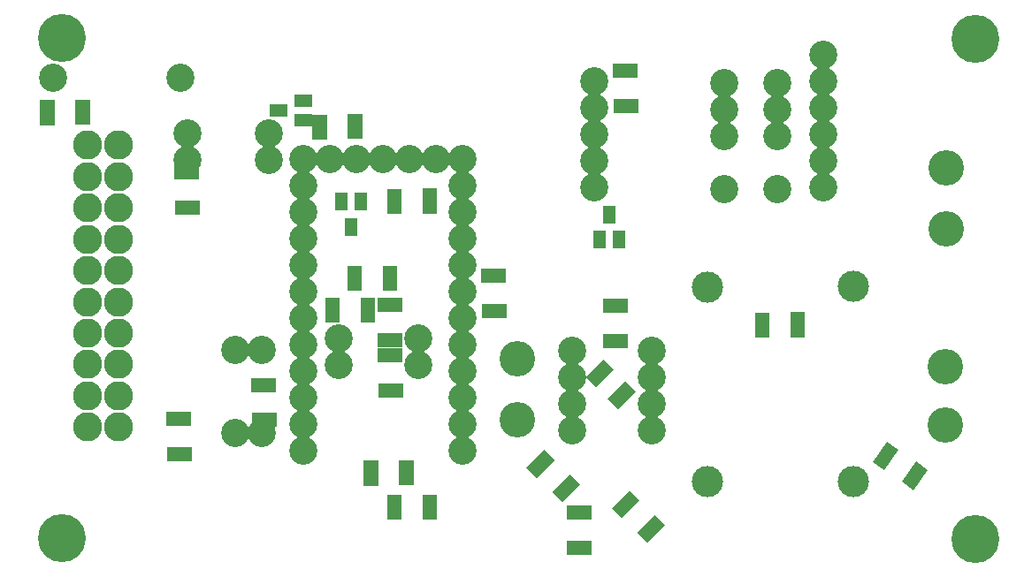
<source format=gbr>
%FSLAX34Y34*%
%MOMM*%
%LNSOLDERMASK_TOP*%
G71*
G01*
%ADD10C, 2.70*%
%ADD11R, 2.40X1.40*%
%ADD12R, 1.40X2.40*%
%ADD13C, 3.40*%
%ADD14R, 1.20X1.70*%
%ADD15R, 1.70X1.20*%
%ADD16C, 4.60*%
%ADD17C, 2.80*%
%ADD18C, 3.00*%
%LPD*%
X163384Y-134524D02*
G54D10*
D03*
X163384Y-159924D02*
G54D10*
D03*
X241171Y-134524D02*
G54D10*
D03*
X241171Y-159924D02*
G54D10*
D03*
X426292Y-437813D02*
G54D10*
D03*
X426292Y-412413D02*
G54D10*
D03*
X426292Y-387013D02*
G54D10*
D03*
X426292Y-361613D02*
G54D10*
D03*
X426292Y-234613D02*
G54D10*
D03*
X426292Y-209213D02*
G54D10*
D03*
X426292Y-183813D02*
G54D10*
D03*
X426292Y-158413D02*
G54D10*
D03*
X273892Y-437813D02*
G54D10*
D03*
X273892Y-412413D02*
G54D10*
D03*
X273892Y-387013D02*
G54D10*
D03*
X273892Y-361613D02*
G54D10*
D03*
X273892Y-234613D02*
G54D10*
D03*
X273892Y-209213D02*
G54D10*
D03*
X273892Y-183813D02*
G54D10*
D03*
X273892Y-158413D02*
G54D10*
D03*
X426292Y-336213D02*
G54D10*
D03*
X273892Y-336213D02*
G54D10*
D03*
X426292Y-310813D02*
G54D10*
D03*
X273892Y-310813D02*
G54D10*
D03*
X426292Y-285413D02*
G54D10*
D03*
X273892Y-285413D02*
G54D10*
D03*
X426292Y-260013D02*
G54D10*
D03*
X273892Y-260013D02*
G54D10*
D03*
X531721Y-342424D02*
G54D10*
D03*
X607921Y-342424D02*
G54D10*
D03*
X531721Y-367824D02*
G54D10*
D03*
X531721Y-393224D02*
G54D10*
D03*
X531721Y-418624D02*
G54D10*
D03*
X607921Y-367824D02*
G54D10*
D03*
X607921Y-393224D02*
G54D10*
D03*
X607921Y-418624D02*
G54D10*
D03*
G36*
X575475Y-398424D02*
X565575Y-388525D01*
X582546Y-371554D01*
X592445Y-381453D01*
X575475Y-398424D01*
G37*
G36*
X553979Y-377494D02*
X544079Y-367594D01*
X561050Y-350624D01*
X570949Y-360523D01*
X553979Y-377494D01*
G37*
X208743Y-421386D02*
G54D10*
D03*
X234143Y-421386D02*
G54D10*
D03*
X208743Y-342012D02*
G54D10*
D03*
X234143Y-342011D02*
G54D10*
D03*
X383897Y-356018D02*
G54D10*
D03*
X383897Y-330618D02*
G54D10*
D03*
X307697Y-356018D02*
G54D10*
D03*
X307697Y-330618D02*
G54D10*
D03*
X357192Y-346978D02*
G54D11*
D03*
X357692Y-380778D02*
G54D11*
D03*
X677116Y-86184D02*
G54D10*
D03*
X727916Y-86184D02*
G54D10*
D03*
X677116Y-111584D02*
G54D10*
D03*
X677116Y-136984D02*
G54D10*
D03*
X727916Y-111584D02*
G54D10*
D03*
X727916Y-136984D02*
G54D10*
D03*
X677116Y-187784D02*
G54D10*
D03*
X727916Y-187784D02*
G54D10*
D03*
X713483Y-318143D02*
G54D12*
D03*
G36*
X740283Y-305643D02*
X754283Y-305643D01*
X754283Y-329643D01*
X740283Y-329643D01*
X740283Y-305643D01*
G37*
X889034Y-357853D02*
G54D13*
D03*
X889034Y-413653D02*
G54D13*
D03*
X299292Y-158413D02*
G54D10*
D03*
X324692Y-158413D02*
G54D10*
D03*
X350092Y-158413D02*
G54D10*
D03*
X375492Y-158413D02*
G54D10*
D03*
X400892Y-158413D02*
G54D10*
D03*
X573225Y-332760D02*
G54D11*
D03*
X572725Y-298960D02*
G54D11*
D03*
X557277Y-236175D02*
G54D14*
D03*
X576399Y-236098D02*
G54D14*
D03*
X566886Y-212015D02*
G54D14*
D03*
X274281Y-121827D02*
G54D15*
D03*
X274204Y-102704D02*
G54D15*
D03*
X250120Y-112218D02*
G54D15*
D03*
G36*
X282536Y-116137D02*
X296536Y-116137D01*
X296536Y-140137D01*
X282536Y-140137D01*
X282536Y-116137D01*
G37*
G36*
X316336Y-115637D02*
X330336Y-115637D01*
X330336Y-139637D01*
X316336Y-139637D01*
X316336Y-115637D01*
G37*
X356572Y-298379D02*
G54D11*
D03*
X357072Y-332179D02*
G54D11*
D03*
X395069Y-491958D02*
G54D12*
D03*
X361269Y-492458D02*
G54D12*
D03*
G36*
X586179Y-476051D02*
X596079Y-485950D01*
X579108Y-502921D01*
X569208Y-493021D01*
X586179Y-476051D01*
G37*
G36*
X610432Y-499597D02*
X620332Y-509496D01*
X603362Y-526468D01*
X593462Y-516569D01*
X610432Y-499597D01*
G37*
G36*
X858301Y-476074D02*
X846833Y-468043D01*
X860599Y-448384D01*
X872067Y-456414D01*
X858301Y-476074D01*
G37*
G36*
X830327Y-457096D02*
X818859Y-449066D01*
X832625Y-429406D01*
X844093Y-437437D01*
X830327Y-457096D01*
G37*
G36*
X504694Y-437236D02*
X514594Y-447135D01*
X497623Y-464106D01*
X487724Y-454206D01*
X504694Y-437236D01*
G37*
G36*
X528947Y-460782D02*
X538847Y-470681D01*
X521877Y-487653D01*
X511978Y-477754D01*
X528947Y-460782D01*
G37*
X538298Y-531486D02*
G54D11*
D03*
X537798Y-497686D02*
G54D11*
D03*
X456082Y-270544D02*
G54D11*
D03*
X456582Y-304344D02*
G54D11*
D03*
X582869Y-108111D02*
G54D11*
D03*
X582369Y-74311D02*
G54D11*
D03*
X889875Y-167523D02*
G54D13*
D03*
X889895Y-225358D02*
G54D13*
D03*
X552621Y-84524D02*
G54D10*
D03*
X552621Y-109924D02*
G54D10*
D03*
X552621Y-135324D02*
G54D10*
D03*
X552621Y-160724D02*
G54D10*
D03*
X552621Y-186124D02*
G54D10*
D03*
X771709Y-59090D02*
G54D10*
D03*
X771709Y-84490D02*
G54D10*
D03*
X771709Y-109890D02*
G54D10*
D03*
X771709Y-135290D02*
G54D10*
D03*
X771709Y-160690D02*
G54D10*
D03*
X771709Y-186090D02*
G54D10*
D03*
X917675Y-523068D02*
G54D16*
D03*
X67391Y-145595D02*
G54D17*
D03*
X67391Y-175595D02*
G54D17*
D03*
X67391Y-205595D02*
G54D17*
D03*
X67391Y-235595D02*
G54D17*
D03*
X67391Y-265595D02*
G54D17*
D03*
X67391Y-295595D02*
G54D17*
D03*
X67391Y-325595D02*
G54D17*
D03*
X67391Y-355595D02*
G54D17*
D03*
X67391Y-385595D02*
G54D17*
D03*
X67391Y-415595D02*
G54D17*
D03*
X97391Y-145595D02*
G54D17*
D03*
X97391Y-175595D02*
G54D17*
D03*
X97391Y-205595D02*
G54D17*
D03*
X97391Y-235595D02*
G54D17*
D03*
X97391Y-265595D02*
G54D17*
D03*
X97391Y-295595D02*
G54D17*
D03*
X97391Y-325595D02*
G54D17*
D03*
X97391Y-355595D02*
G54D17*
D03*
X97391Y-385595D02*
G54D17*
D03*
X97391Y-415595D02*
G54D17*
D03*
X236465Y-408898D02*
G54D11*
D03*
X235965Y-375098D02*
G54D11*
D03*
X162304Y-171682D02*
G54D11*
D03*
X162804Y-205482D02*
G54D11*
D03*
X34051Y-81261D02*
G54D10*
D03*
X156595Y-81182D02*
G54D10*
D03*
X917299Y-43346D02*
G54D16*
D03*
G36*
X316186Y-261328D02*
X330186Y-261328D01*
X330186Y-285328D01*
X316186Y-285328D01*
X316186Y-261328D01*
G37*
G36*
X349986Y-260828D02*
X363986Y-260828D01*
X363986Y-284828D01*
X349986Y-284828D01*
X349986Y-260828D01*
G37*
G36*
X295019Y-291788D02*
X309019Y-291788D01*
X309019Y-315788D01*
X295019Y-315788D01*
X295019Y-291788D01*
G37*
G36*
X328819Y-291288D02*
X342819Y-291288D01*
X342819Y-315288D01*
X328819Y-315288D01*
X328819Y-291288D01*
G37*
X660856Y-281119D02*
G54D18*
D03*
X800414Y-467476D02*
G54D18*
D03*
X660579Y-467468D02*
G54D18*
D03*
X800592Y-281053D02*
G54D18*
D03*
G36*
X331827Y-447790D02*
X345827Y-447790D01*
X345828Y-471790D01*
X331828Y-471790D01*
X331827Y-447790D01*
G37*
G36*
X365627Y-447290D02*
X379627Y-447290D01*
X379628Y-471290D01*
X365628Y-471290D01*
X365627Y-447290D01*
G37*
G36*
X21905Y-102406D02*
X35905Y-102406D01*
X35905Y-126406D01*
X21905Y-126406D01*
X21905Y-102406D01*
G37*
G36*
X55705Y-101906D02*
X69705Y-101906D01*
X69705Y-125906D01*
X55705Y-125906D01*
X55705Y-101906D01*
G37*
X155407Y-441550D02*
G54D11*
D03*
X154907Y-407750D02*
G54D11*
D03*
X43183Y-522176D02*
G54D16*
D03*
X329364Y-199495D02*
G54D14*
D03*
X310242Y-199572D02*
G54D14*
D03*
X319755Y-223655D02*
G54D14*
D03*
G36*
X354052Y-187440D02*
X368052Y-187440D01*
X368053Y-211440D01*
X354053Y-211440D01*
X354052Y-187440D01*
G37*
G36*
X387852Y-186940D02*
X401852Y-186940D01*
X401853Y-210940D01*
X387853Y-210940D01*
X387852Y-186940D01*
G37*
X42807Y-42455D02*
G54D16*
D03*
X478926Y-350282D02*
G54D13*
D03*
X478946Y-408116D02*
G54D13*
D03*
M02*

</source>
